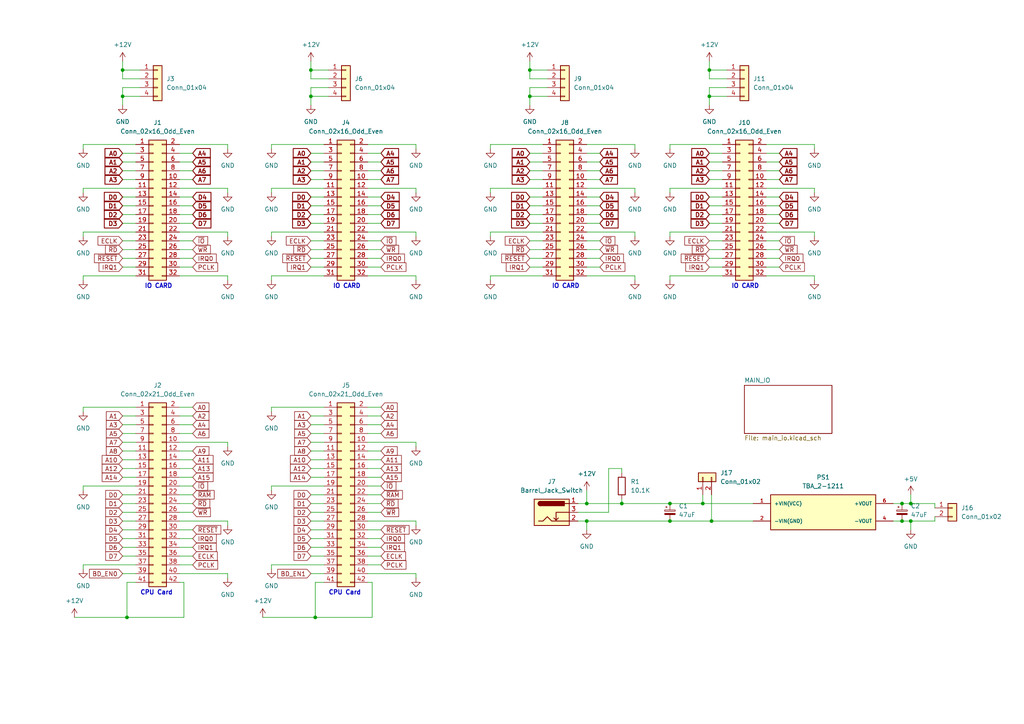
<source format=kicad_sch>
(kicad_sch (version 20211123) (generator eeschema)
  (paper "A4")
  (junction (at 205.74 20.32))
  (junction (at 153.67 27.94))
  (junction (at 35.56 27.94))
  (junction (at 90.17 20.32))
  (junction (at 206.375 151.13))
  (junction (at 180.34 146.05))
  (junction (at 261.62 146.05))
  (junction (at 170.18 151.13))
  (junction (at 261.62 151.13))
  (junction (at 153.67 20.32))
  (junction (at 205.74 27.94))
  (junction (at 91.44 179.07))
  (junction (at 36.83 179.07))
  (junction (at 203.835 146.05))
  (junction (at 194.31 151.13))
  (junction (at 90.17 27.94))
  (junction (at 264.16 151.13))
  (junction (at 264.16 146.05))
  (junction (at 35.56 20.32))
  (junction (at 194.31 146.05))
  (junction (at 170.18 146.05))
  (wire (pts (xy 170.18 46.99) (xy 173.99 46.99)))
  (wire (pts (xy 106.68 166.37) (xy 120.65 166.37)))
  (wire (pts (xy 142.24 68.58) (xy 142.24 67.31)))
  (wire (pts (xy 142.24 41.91) (xy 142.24 43.18)))
  (wire (pts (xy 203.835 146.05) (xy 218.44 146.05)))
  (wire (pts (xy 90.17 133.35) (xy 93.98 133.35)))
  (wire (pts (xy 78.74 41.91) (xy 78.74 43.18)))
  (wire (pts (xy 91.44 168.91) (xy 91.44 179.07)))
  (wire (pts (xy 184.15 55.88) (xy 184.15 54.61)))
  (wire (pts (xy 106.68 69.85) (xy 110.49 69.85)))
  (wire (pts (xy 53.34 168.91) (xy 53.34 179.07)))
  (wire (pts (xy 153.67 69.85) (xy 157.48 69.85)))
  (wire (pts (xy 24.13 54.61) (xy 39.37 54.61)))
  (wire (pts (xy 222.25 67.31) (xy 236.22 67.31)))
  (wire (pts (xy 66.04 128.27) (xy 66.04 129.54)))
  (wire (pts (xy 52.07 80.01) (xy 66.04 80.01)))
  (wire (pts (xy 153.67 62.23) (xy 157.48 62.23)))
  (wire (pts (xy 52.07 133.35) (xy 55.88 133.35)))
  (wire (pts (xy 78.74 163.83) (xy 78.74 165.1)))
  (wire (pts (xy 142.24 81.28) (xy 142.24 80.01)))
  (wire (pts (xy 90.17 123.19) (xy 93.98 123.19)))
  (wire (pts (xy 264.16 151.13) (xy 264.16 153.67)))
  (wire (pts (xy 180.34 137.16) (xy 180.34 135.89)))
  (wire (pts (xy 142.24 55.88) (xy 142.24 54.61)))
  (wire (pts (xy 52.07 168.91) (xy 53.34 168.91)))
  (wire (pts (xy 78.74 54.61) (xy 93.98 54.61)))
  (wire (pts (xy 90.17 64.77) (xy 93.98 64.77)))
  (wire (pts (xy 184.15 43.18) (xy 184.15 41.91)))
  (wire (pts (xy 106.68 120.65) (xy 110.49 120.65)))
  (wire (pts (xy 222.25 64.77) (xy 226.06 64.77)))
  (wire (pts (xy 90.17 158.75) (xy 93.98 158.75)))
  (wire (pts (xy 170.18 59.69) (xy 173.99 59.69)))
  (wire (pts (xy 142.24 41.91) (xy 157.48 41.91)))
  (wire (pts (xy 90.17 52.07) (xy 93.98 52.07)))
  (wire (pts (xy 222.25 57.15) (xy 226.06 57.15)))
  (wire (pts (xy 107.95 168.91) (xy 107.95 179.07)))
  (wire (pts (xy 271.145 149.86) (xy 271.145 151.13)))
  (wire (pts (xy 205.74 27.94) (xy 210.82 27.94)))
  (wire (pts (xy 78.74 55.88) (xy 78.74 54.61)))
  (wire (pts (xy 153.67 44.45) (xy 157.48 44.45)))
  (wire (pts (xy 176.53 148.59) (xy 167.64 148.59)))
  (wire (pts (xy 90.17 44.45) (xy 93.98 44.45)))
  (wire (pts (xy 78.74 140.97) (xy 78.74 142.24)))
  (wire (pts (xy 35.56 151.13) (xy 39.37 151.13)))
  (wire (pts (xy 106.68 168.91) (xy 107.95 168.91)))
  (wire (pts (xy 52.07 118.11) (xy 55.88 118.11)))
  (wire (pts (xy 35.56 161.29) (xy 39.37 161.29)))
  (wire (pts (xy 261.62 146.05) (xy 264.16 146.05)))
  (wire (pts (xy 205.74 69.85) (xy 209.55 69.85)))
  (wire (pts (xy 52.07 67.31) (xy 66.04 67.31)))
  (wire (pts (xy 120.65 166.37) (xy 120.65 167.64)))
  (wire (pts (xy 261.62 151.13) (xy 264.16 151.13)))
  (wire (pts (xy 205.74 49.53) (xy 209.55 49.53)))
  (wire (pts (xy 90.17 46.99) (xy 93.98 46.99)))
  (wire (pts (xy 170.18 67.31) (xy 184.15 67.31)))
  (wire (pts (xy 52.07 123.19) (xy 55.88 123.19)))
  (wire (pts (xy 203.835 143.51) (xy 203.835 146.05)))
  (wire (pts (xy 205.74 20.32) (xy 205.74 22.86)))
  (wire (pts (xy 90.17 62.23) (xy 93.98 62.23)))
  (wire (pts (xy 52.07 128.27) (xy 66.04 128.27)))
  (wire (pts (xy 170.18 151.13) (xy 170.18 153.67)))
  (wire (pts (xy 35.56 27.94) (xy 40.64 27.94)))
  (wire (pts (xy 153.67 52.07) (xy 157.48 52.07)))
  (wire (pts (xy 90.17 27.94) (xy 90.17 30.48)))
  (wire (pts (xy 35.56 128.27) (xy 39.37 128.27)))
  (wire (pts (xy 170.18 57.15) (xy 173.99 57.15)))
  (wire (pts (xy 66.04 43.18) (xy 66.04 41.91)))
  (wire (pts (xy 90.17 74.93) (xy 93.98 74.93)))
  (wire (pts (xy 78.74 68.58) (xy 78.74 67.31)))
  (wire (pts (xy 153.67 17.78) (xy 153.67 20.32)))
  (wire (pts (xy 95.25 22.86) (xy 90.17 22.86)))
  (wire (pts (xy 39.37 168.91) (xy 36.83 168.91)))
  (wire (pts (xy 24.13 163.83) (xy 24.13 165.1)))
  (wire (pts (xy 194.31 54.61) (xy 209.55 54.61)))
  (wire (pts (xy 106.68 57.15) (xy 110.49 57.15)))
  (wire (pts (xy 35.56 130.81) (xy 39.37 130.81)))
  (wire (pts (xy 167.64 151.13) (xy 170.18 151.13)))
  (wire (pts (xy 264.16 143.51) (xy 264.16 146.05)))
  (wire (pts (xy 35.56 59.69) (xy 39.37 59.69)))
  (wire (pts (xy 52.07 69.85) (xy 55.88 69.85)))
  (wire (pts (xy 170.18 77.47) (xy 173.99 77.47)))
  (wire (pts (xy 205.74 44.45) (xy 209.55 44.45)))
  (wire (pts (xy 93.98 163.83) (xy 78.74 163.83)))
  (wire (pts (xy 35.56 125.73) (xy 39.37 125.73)))
  (wire (pts (xy 90.17 166.37) (xy 93.98 166.37)))
  (wire (pts (xy 52.07 140.97) (xy 55.88 140.97)))
  (wire (pts (xy 35.56 72.39) (xy 39.37 72.39)))
  (wire (pts (xy 153.67 27.94) (xy 153.67 30.48)))
  (wire (pts (xy 35.56 27.94) (xy 35.56 30.48)))
  (wire (pts (xy 170.18 151.13) (xy 194.31 151.13)))
  (wire (pts (xy 158.75 25.4) (xy 153.67 25.4)))
  (wire (pts (xy 90.17 156.21) (xy 93.98 156.21)))
  (wire (pts (xy 153.67 27.94) (xy 158.75 27.94)))
  (wire (pts (xy 106.68 135.89) (xy 110.49 135.89)))
  (wire (pts (xy 106.68 153.67) (xy 110.49 153.67)))
  (wire (pts (xy 39.37 163.83) (xy 24.13 163.83)))
  (wire (pts (xy 91.44 179.07) (xy 107.95 179.07)))
  (wire (pts (xy 194.31 151.13) (xy 206.375 151.13)))
  (wire (pts (xy 35.56 57.15) (xy 39.37 57.15)))
  (wire (pts (xy 35.56 123.19) (xy 39.37 123.19)))
  (wire (pts (xy 52.07 163.83) (xy 55.88 163.83)))
  (wire (pts (xy 36.83 179.07) (xy 53.34 179.07)))
  (wire (pts (xy 66.04 151.13) (xy 66.04 152.4)))
  (wire (pts (xy 153.67 74.93) (xy 157.48 74.93)))
  (wire (pts (xy 52.07 148.59) (xy 55.88 148.59)))
  (wire (pts (xy 106.68 156.21) (xy 110.49 156.21)))
  (wire (pts (xy 35.56 148.59) (xy 39.37 148.59)))
  (wire (pts (xy 35.56 62.23) (xy 39.37 62.23)))
  (wire (pts (xy 106.68 80.01) (xy 120.65 80.01)))
  (wire (pts (xy 52.07 135.89) (xy 55.88 135.89)))
  (wire (pts (xy 205.74 52.07) (xy 209.55 52.07)))
  (wire (pts (xy 52.07 125.73) (xy 55.88 125.73)))
  (wire (pts (xy 106.68 64.77) (xy 110.49 64.77)))
  (wire (pts (xy 153.67 59.69) (xy 157.48 59.69)))
  (wire (pts (xy 106.68 146.05) (xy 110.49 146.05)))
  (wire (pts (xy 120.65 68.58) (xy 120.65 67.31)))
  (wire (pts (xy 153.67 49.53) (xy 157.48 49.53)))
  (wire (pts (xy 78.74 41.91) (xy 93.98 41.91)))
  (wire (pts (xy 90.17 138.43) (xy 93.98 138.43)))
  (wire (pts (xy 78.74 67.31) (xy 93.98 67.31)))
  (wire (pts (xy 39.37 140.97) (xy 24.13 140.97)))
  (wire (pts (xy 78.74 81.28) (xy 78.74 80.01)))
  (wire (pts (xy 170.18 44.45) (xy 173.99 44.45)))
  (wire (pts (xy 35.56 25.4) (xy 35.56 27.94)))
  (wire (pts (xy 222.25 72.39) (xy 226.06 72.39)))
  (wire (pts (xy 170.18 41.91) (xy 184.15 41.91)))
  (wire (pts (xy 120.65 43.18) (xy 120.65 41.91)))
  (wire (pts (xy 93.98 118.11) (xy 78.74 118.11)))
  (wire (pts (xy 36.83 168.91) (xy 36.83 179.07)))
  (wire (pts (xy 78.74 80.01) (xy 93.98 80.01)))
  (wire (pts (xy 52.07 64.77) (xy 55.88 64.77)))
  (wire (pts (xy 35.56 153.67) (xy 39.37 153.67)))
  (wire (pts (xy 90.17 148.59) (xy 93.98 148.59)))
  (wire (pts (xy 194.31 146.05) (xy 203.835 146.05)))
  (wire (pts (xy 206.375 151.13) (xy 218.44 151.13)))
  (wire (pts (xy 35.56 135.89) (xy 39.37 135.89)))
  (wire (pts (xy 35.56 146.05) (xy 39.37 146.05)))
  (wire (pts (xy 170.18 54.61) (xy 184.15 54.61)))
  (wire (pts (xy 153.67 57.15) (xy 157.48 57.15)))
  (wire (pts (xy 24.13 54.61) (xy 24.13 55.88)))
  (wire (pts (xy 194.31 55.88) (xy 194.31 54.61)))
  (wire (pts (xy 76.2 179.07) (xy 91.44 179.07)))
  (wire (pts (xy 35.56 69.85) (xy 39.37 69.85)))
  (wire (pts (xy 21.59 179.07) (xy 36.83 179.07)))
  (wire (pts (xy 35.56 64.77) (xy 39.37 64.77)))
  (wire (pts (xy 222.25 52.07) (xy 226.06 52.07)))
  (wire (pts (xy 170.18 52.07) (xy 173.99 52.07)))
  (wire (pts (xy 205.74 64.77) (xy 209.55 64.77)))
  (wire (pts (xy 222.25 44.45) (xy 226.06 44.45)))
  (wire (pts (xy 153.67 77.47) (xy 157.48 77.47)))
  (wire (pts (xy 222.25 54.61) (xy 236.22 54.61)))
  (wire (pts (xy 170.18 69.85) (xy 173.99 69.85)))
  (wire (pts (xy 106.68 130.81) (xy 110.49 130.81)))
  (wire (pts (xy 180.34 146.05) (xy 194.31 146.05)))
  (wire (pts (xy 35.56 74.93) (xy 39.37 74.93)))
  (wire (pts (xy 52.07 151.13) (xy 66.04 151.13)))
  (wire (pts (xy 153.67 64.77) (xy 157.48 64.77)))
  (wire (pts (xy 90.17 20.32) (xy 95.25 20.32)))
  (wire (pts (xy 52.07 57.15) (xy 55.88 57.15)))
  (wire (pts (xy 24.13 67.31) (xy 39.37 67.31)))
  (wire (pts (xy 153.67 25.4) (xy 153.67 27.94)))
  (wire (pts (xy 52.07 74.93) (xy 55.88 74.93)))
  (wire (pts (xy 106.68 41.91) (xy 120.65 41.91)))
  (wire (pts (xy 52.07 138.43) (xy 55.88 138.43)))
  (wire (pts (xy 194.31 41.91) (xy 209.55 41.91)))
  (wire (pts (xy 35.56 158.75) (xy 39.37 158.75)))
  (wire (pts (xy 222.25 62.23) (xy 226.06 62.23)))
  (wire (pts (xy 90.17 69.85) (xy 93.98 69.85)))
  (wire (pts (xy 52.07 156.21) (xy 55.88 156.21)))
  (wire (pts (xy 106.68 161.29) (xy 110.49 161.29)))
  (wire (pts (xy 52.07 62.23) (xy 55.88 62.23)))
  (wire (pts (xy 52.07 44.45) (xy 55.88 44.45)))
  (wire (pts (xy 205.74 77.47) (xy 209.55 77.47)))
  (wire (pts (xy 194.31 67.31) (xy 209.55 67.31)))
  (wire (pts (xy 153.67 20.32) (xy 153.67 22.86)))
  (wire (pts (xy 52.07 120.65) (xy 55.88 120.65)))
  (wire (pts (xy 205.74 17.78) (xy 205.74 20.32)))
  (wire (pts (xy 35.56 138.43) (xy 39.37 138.43)))
  (wire (pts (xy 106.68 118.11) (xy 110.49 118.11)))
  (wire (pts (xy 170.18 62.23) (xy 173.99 62.23)))
  (wire (pts (xy 40.64 25.4) (xy 35.56 25.4)))
  (wire (pts (xy 170.18 64.77) (xy 173.99 64.77)))
  (wire (pts (xy 35.56 49.53) (xy 39.37 49.53)))
  (wire (pts (xy 222.25 80.01) (xy 236.22 80.01)))
  (wire (pts (xy 52.07 143.51) (xy 55.88 143.51)))
  (wire (pts (xy 35.56 166.37) (xy 39.37 166.37)))
  (wire (pts (xy 205.74 20.32) (xy 210.82 20.32)))
  (wire (pts (xy 170.18 49.53) (xy 173.99 49.53)))
  (wire (pts (xy 176.53 135.89) (xy 176.53 148.59)))
  (wire (pts (xy 206.375 143.51) (xy 206.375 151.13)))
  (wire (pts (xy 264.16 151.13) (xy 271.145 151.13)))
  (wire (pts (xy 52.07 54.61) (xy 66.04 54.61)))
  (wire (pts (xy 52.07 158.75) (xy 55.88 158.75)))
  (wire (pts (xy 194.31 81.28) (xy 194.31 80.01)))
  (wire (pts (xy 35.56 143.51) (xy 39.37 143.51)))
  (wire (pts (xy 90.17 130.81) (xy 93.98 130.81)))
  (wire (pts (xy 90.17 125.73) (xy 93.98 125.73)))
  (wire (pts (xy 106.68 62.23) (xy 110.49 62.23)))
  (wire (pts (xy 35.56 52.07) (xy 39.37 52.07)))
  (wire (pts (xy 78.74 118.11) (xy 78.74 119.38)))
  (wire (pts (xy 24.13 140.97) (xy 24.13 142.24)))
  (wire (pts (xy 184.15 68.58) (xy 184.15 67.31)))
  (wire (pts (xy 52.07 146.05) (xy 55.88 146.05)))
  (wire (pts (xy 52.07 72.39) (xy 55.88 72.39)))
  (wire (pts (xy 205.74 46.99) (xy 209.55 46.99)))
  (wire (pts (xy 52.07 130.81) (xy 55.88 130.81)))
  (wire (pts (xy 120.65 55.88) (xy 120.65 54.61)))
  (wire (pts (xy 158.75 22.86) (xy 153.67 22.86)))
  (wire (pts (xy 205.74 72.39) (xy 209.55 72.39)))
  (wire (pts (xy 39.37 118.11) (xy 24.13 118.11)))
  (wire (pts (xy 35.56 17.78) (xy 35.56 20.32)))
  (wire (pts (xy 35.56 44.45) (xy 39.37 44.45)))
  (wire (pts (xy 90.17 120.65) (xy 93.98 120.65)))
  (wire (pts (xy 222.25 59.69) (xy 226.06 59.69)))
  (wire (pts (xy 90.17 128.27) (xy 93.98 128.27)))
  (wire (pts (xy 205.74 59.69) (xy 209.55 59.69)))
  (wire (pts (xy 106.68 148.59) (xy 110.49 148.59)))
  (wire (pts (xy 90.17 77.47) (xy 93.98 77.47)))
  (wire (pts (xy 106.68 77.47) (xy 110.49 77.47)))
  (wire (pts (xy 259.08 151.13) (xy 261.62 151.13)))
  (wire (pts (xy 90.17 17.78) (xy 90.17 20.32)))
  (wire (pts (xy 35.56 20.32) (xy 40.64 20.32)))
  (wire (pts (xy 52.07 77.47) (xy 55.88 77.47)))
  (wire (pts (xy 271.145 146.05) (xy 271.145 147.32)))
  (wire (pts (xy 106.68 138.43) (xy 110.49 138.43)))
  (wire (pts (xy 205.74 27.94) (xy 205.74 30.48)))
  (wire (pts (xy 24.13 118.11) (xy 24.13 119.38)))
  (wire (pts (xy 106.68 59.69) (xy 110.49 59.69)))
  (wire (pts (xy 90.17 59.69) (xy 93.98 59.69)))
  (wire (pts (xy 95.25 25.4) (xy 90.17 25.4)))
  (wire (pts (xy 24.13 67.31) (xy 24.13 68.58)))
  (wire (pts (xy 106.68 158.75) (xy 110.49 158.75)))
  (wire (pts (xy 236.22 81.28) (xy 236.22 80.01)))
  (wire (pts (xy 90.17 153.67) (xy 93.98 153.67)))
  (wire (pts (xy 153.67 20.32) (xy 158.75 20.32)))
  (wire (pts (xy 205.74 74.93) (xy 209.55 74.93)))
  (wire (pts (xy 205.74 22.86) (xy 210.82 22.86)))
  (wire (pts (xy 180.34 144.78) (xy 180.34 146.05)))
  (wire (pts (xy 236.22 43.18) (xy 236.22 41.91)))
  (wire (pts (xy 120.65 151.13) (xy 120.65 152.4)))
  (wire (pts (xy 52.07 166.37) (xy 66.04 166.37)))
  (wire (pts (xy 52.07 59.69) (xy 55.88 59.69)))
  (wire (pts (xy 222.25 49.53) (xy 226.06 49.53)))
  (wire (pts (xy 24.13 41.91) (xy 39.37 41.91)))
  (wire (pts (xy 106.68 74.93) (xy 110.49 74.93)))
  (wire (pts (xy 210.82 25.4) (xy 205.74 25.4)))
  (wire (pts (xy 66.04 166.37) (xy 66.04 167.64)))
  (wire (pts (xy 95.25 27.94) (xy 90.17 27.94)))
  (wire (pts (xy 264.16 146.05) (xy 271.145 146.05)))
  (wire (pts (xy 194.31 80.01) (xy 209.55 80.01)))
  (wire (pts (xy 194.31 41.91) (xy 194.31 43.18)))
  (wire (pts (xy 52.07 161.29) (xy 55.88 161.29)))
  (wire (pts (xy 106.68 72.39) (xy 110.49 72.39)))
  (wire (pts (xy 106.68 123.19) (xy 110.49 123.19)))
  (wire (pts (xy 24.13 80.01) (xy 24.13 81.28)))
  (wire (pts (xy 170.18 80.01) (xy 184.15 80.01)))
  (wire (pts (xy 236.22 68.58) (xy 236.22 67.31)))
  (wire (pts (xy 153.67 72.39) (xy 157.48 72.39)))
  (wire (pts (xy 170.18 146.05) (xy 180.34 146.05)))
  (wire (pts (xy 35.56 77.47) (xy 39.37 77.47)))
  (wire (pts (xy 142.24 67.31) (xy 157.48 67.31)))
  (wire (pts (xy 120.65 81.28) (xy 120.65 80.01)))
  (wire (pts (xy 90.17 25.4) (xy 90.17 27.94)))
  (wire (pts (xy 222.25 41.91) (xy 236.22 41.91)))
  (wire (pts (xy 24.13 41.91) (xy 24.13 43.18)))
  (wire (pts (xy 106.68 67.31) (xy 120.65 67.31)))
  (wire (pts (xy 52.07 46.99) (xy 55.88 46.99)))
  (wire (pts (xy 153.67 46.99) (xy 157.48 46.99)))
  (wire (pts (xy 90.17 146.05) (xy 93.98 146.05)))
  (wire (pts (xy 24.13 80.01) (xy 39.37 80.01)))
  (wire (pts (xy 90.17 49.53) (xy 93.98 49.53)))
  (wire (pts (xy 106.68 163.83) (xy 110.49 163.83)))
  (wire (pts (xy 120.65 128.27) (xy 120.65 129.54)))
  (wire (pts (xy 52.07 52.07) (xy 55.88 52.07)))
  (wire (pts (xy 93.98 168.91) (xy 91.44 168.91)))
  (wire (pts (xy 106.68 151.13) (xy 120.65 151.13)))
  (wire (pts (xy 90.17 151.13) (xy 93.98 151.13)))
  (wire (pts (xy 106.68 49.53) (xy 110.49 49.53)))
  (wire (pts (xy 170.18 72.39) (xy 173.99 72.39)))
  (wire (pts (xy 35.56 156.21) (xy 39.37 156.21)))
  (wire (pts (xy 106.68 44.45) (xy 110.49 44.45)))
  (wire (pts (xy 90.17 143.51) (xy 93.98 143.51)))
  (wire (pts (xy 106.68 128.27) (xy 120.65 128.27)))
  (wire (pts (xy 66.04 81.28) (xy 66.04 80.01)))
  (wire (pts (xy 106.68 52.07) (xy 110.49 52.07)))
  (wire (pts (xy 106.68 46.99) (xy 110.49 46.99)))
  (wire (pts (xy 184.15 81.28) (xy 184.15 80.01)))
  (wire (pts (xy 90.17 72.39) (xy 93.98 72.39)))
  (wire (pts (xy 52.07 153.67) (xy 55.88 153.67)))
  (wire (pts (xy 35.56 120.65) (xy 39.37 120.65)))
  (wire (pts (xy 170.18 142.24) (xy 170.18 146.05)))
  (wire (pts (xy 142.24 54.61) (xy 157.48 54.61)))
  (wire (pts (xy 93.98 140.97) (xy 78.74 140.97)))
  (wire (pts (xy 222.25 69.85) (xy 226.06 69.85)))
  (wire (pts (xy 106.68 125.73) (xy 110.49 125.73)))
  (wire (pts (xy 180.34 135.89) (xy 176.53 135.89)))
  (wire (pts (xy 205.74 62.23) (xy 209.55 62.23)))
  (wire (pts (xy 259.08 146.05) (xy 261.62 146.05)))
  (wire (pts (xy 90.17 57.15) (xy 93.98 57.15)))
  (wire (pts (xy 52.07 41.91) (xy 66.04 41.91)))
  (wire (pts (xy 90.17 20.32) (xy 90.17 22.86)))
  (wire (pts (xy 222.25 77.47) (xy 226.06 77.47)))
  (wire (pts (xy 106.68 140.97) (xy 110.49 140.97)))
  (wire (pts (xy 35.56 133.35) (xy 39.37 133.35)))
  (wire (pts (xy 35.56 46.99) (xy 39.37 46.99)))
  (wire (pts (xy 106.68 143.51) (xy 110.49 143.51)))
  (wire (pts (xy 90.17 161.29) (xy 93.98 161.29)))
  (wire (pts (xy 35.56 20.32) (xy 35.56 22.86)))
  (wire (pts (xy 222.25 46.99) (xy 226.06 46.99)))
  (wire (pts (xy 106.68 133.35) (xy 110.49 133.35)))
  (wire (pts (xy 167.64 146.05) (xy 170.18 146.05)))
  (wire (pts (xy 194.31 68.58) (xy 194.31 67.31)))
  (wire (pts (xy 66.04 68.58) (xy 66.04 67.31)))
  (wire (pts (xy 205.74 57.15) (xy 209.55 57.15)))
  (wire (pts (xy 52.07 49.53) (xy 55.88 49.53)))
  (wire (pts (xy 35.56 22.86) (xy 40.64 22.86)))
  (wire (pts (xy 236.22 55.88) (xy 236.22 54.61)))
  (wire (pts (xy 205.74 25.4) (xy 205.74 27.94)))
  (wire (pts (xy 66.04 55.88) (xy 66.04 54.61)))
  (wire (pts (xy 90.17 135.89) (xy 93.98 135.89)))
  (wire (pts (xy 106.68 54.61) (xy 120.65 54.61)))
  (wire (pts (xy 222.25 74.93) (xy 226.06 74.93)))
  (wire (pts (xy 170.18 74.93) (xy 173.99 74.93)))
  (wire (pts (xy 142.24 80.01) (xy 157.48 80.01)))
  (text "CPU Card" (at 40.64 172.72 0) (effects (font (size 1.27 1.27) (thickness 0.254) bold) (justify left bottom)))
  (text "IO CARD" (at 160.02 83.82 0) (effects (font (size 1.27 1.27) bold) (justify left bottom)))
  (text "IO CARD" (at 212.09 83.82 0) (effects (font (size 1.27 1.27) bold) (justify left bottom)))
  (text "IO CARD" (at 96.52 83.82 0) (effects (font (size 1.27 1.27) bold) (justify left bottom)))
  (text "IO CARD" (at 41.91 83.82 0) (effects (font (size 1.27 1.27) bold) (justify left bottom)))
  (text "CPU Card" (at 95.25 172.72 0) (effects (font (size 1.27 1.27) (thickness 0.254) bold) (justify left bottom)))
  (global_label "~{RD}" (shape input) (at 110.49 146.05 0) (property "Intersheet References" "${INTERSHEET_REFS}" (effects hide)))
  (global_label "~{RESET}" (shape input) (at 205.74 74.93 180) (property "Intersheet References" "${INTERSHEET_REFS}" (effects hide)))
  (global_label "IRQ0" (shape input) (at 173.99 74.93 0) (property "Intersheet References" "${INTERSHEET_REFS}" (effects hide)))
  (global_label "ECLK" (shape input) (at 205.74 69.85 180) (property "Intersheet References" "${INTERSHEET_REFS}" (effects hide)))
  (global_label "IRQ0" (shape input) (at 55.88 156.21 0) (property "Intersheet References" "${INTERSHEET_REFS}" (effects hide)))
  (global_label "D0" (shape input) (at 90.17 57.15 180) (effects (font bold)) (property "Intersheet References" "${INTERSHEET_REFS}" (effects hide)))
  (global_label "D1" (shape input) (at 90.17 146.05 180) (property "Intersheet References" "${INTERSHEET_REFS}" (effects hide)))
  (global_label "A7" (shape input) (at 110.49 52.07 0) (effects (font bold)) (property "Intersheet References" "${INTERSHEET_REFS}" (effects hide)))
  (global_label "IRQ1" (shape input) (at 55.88 158.75 0) (property "Intersheet References" "${INTERSHEET_REFS}" (effects hide)))
  (global_label "A6" (shape input) (at 110.49 125.73 0) (property "Intersheet References" "${INTERSHEET_REFS}" (effects hide)))
  (global_label "ECLK" (shape input) (at 35.56 69.85 180) (property "Intersheet References" "${INTERSHEET_REFS}" (effects hide)))
  (global_label "A1" (shape input) (at 90.17 120.65 180) (property "Intersheet References" "${INTERSHEET_REFS}" (effects hide)))
  (global_label "D1" (shape input) (at 153.67 59.69 180) (effects (font bold)) (property "Intersheet References" "${INTERSHEET_REFS}" (effects hide)))
  (global_label "D7" (shape input) (at 226.06 64.77 0) (effects (font bold)) (property "Intersheet References" "${INTERSHEET_REFS}" (effects hide)))
  (global_label "D3" (shape input) (at 153.67 64.77 180) (effects (font bold)) (property "Intersheet References" "${INTERSHEET_REFS}" (effects hide)))
  (global_label "D4" (shape input) (at 35.56 153.67 180) (property "Intersheet References" "${INTERSHEET_REFS}" (effects hide)))
  (global_label "D1" (shape input) (at 90.17 59.69 180) (effects (font bold)) (property "Intersheet References" "${INTERSHEET_REFS}" (effects hide)))
  (global_label "A15" (shape input) (at 110.49 138.43 0) (property "Intersheet References" "${INTERSHEET_REFS}" (effects hide)))
  (global_label "PCLK" (shape input) (at 55.88 77.47 0) (property "Intersheet References" "${INTERSHEET_REFS}" (effects hide)))
  (global_label "A6" (shape input) (at 55.88 49.53 0) (effects (font bold)) (property "Intersheet References" "${INTERSHEET_REFS}" (effects hide)))
  (global_label "A2" (shape input) (at 110.49 120.65 0) (property "Intersheet References" "${INTERSHEET_REFS}" (effects hide)))
  (global_label "D4" (shape input) (at 55.88 57.15 0) (effects (font bold)) (property "Intersheet References" "${INTERSHEET_REFS}" (effects hide)))
  (global_label "A7" (shape input) (at 55.88 52.07 0) (effects (font bold)) (property "Intersheet References" "${INTERSHEET_REFS}" (effects hide)))
  (global_label "D5" (shape input) (at 55.88 59.69 0) (effects (font bold)) (property "Intersheet References" "${INTERSHEET_REFS}" (effects hide)))
  (global_label "~{IO}" (shape input) (at 55.88 69.85 0) (property "Intersheet References" "${INTERSHEET_REFS}" (effects hide)))
  (global_label "~{RESET}" (shape input) (at 35.56 74.93 180) (property "Intersheet References" "${INTERSHEET_REFS}" (effects hide)))
  (global_label "ECLK" (shape input) (at 90.17 69.85 180) (property "Intersheet References" "${INTERSHEET_REFS}" (effects hide)))
  (global_label "A6" (shape input) (at 110.49 49.53 0) (effects (font bold)) (property "Intersheet References" "${INTERSHEET_REFS}" (effects hide)))
  (global_label "A2" (shape input) (at 90.17 49.53 180) (effects (font bold)) (property "Intersheet References" "${INTERSHEET_REFS}" (effects hide)))
  (global_label "A9" (shape input) (at 55.88 130.81 0) (property "Intersheet References" "${INTERSHEET_REFS}" (effects hide)))
  (global_label "A4" (shape input) (at 55.88 44.45 0) (effects (font bold)) (property "Intersheet References" "${INTERSHEET_REFS}" (effects hide)))
  (global_label "A5" (shape input) (at 226.06 46.99 0) (effects (font bold)) (property "Intersheet References" "${INTERSHEET_REFS}" (effects hide)))
  (global_label "D2" (shape input) (at 90.17 62.23 180) (effects (font bold)) (property "Intersheet References" "${INTERSHEET_REFS}" (effects hide)))
  (global_label "~{RD}" (shape input) (at 90.17 72.39 180) (property "Intersheet References" "${INTERSHEET_REFS}" (effects hide)))
  (global_label "A3" (shape input) (at 35.56 52.07 180) (effects (font bold)) (property "Intersheet References" "${INTERSHEET_REFS}" (effects hide)))
  (global_label "~{IO}" (shape input) (at 55.88 140.97 0) (property "Intersheet References" "${INTERSHEET_REFS}" (effects hide)))
  (global_label "IRQ1" (shape input) (at 205.74 77.47 180) (property "Intersheet References" "${INTERSHEET_REFS}" (effects hide)))
  (global_label "D5" (shape input) (at 90.17 156.21 180) (property "Intersheet References" "${INTERSHEET_REFS}" (effects hide)))
  (global_label "~{RESET}" (shape input) (at 153.67 74.93 180) (property "Intersheet References" "${INTERSHEET_REFS}" (effects hide)))
  (global_label "A0" (shape input) (at 110.49 118.11 0) (property "Intersheet References" "${INTERSHEET_REFS}" (effects hide)))
  (global_label "A1" (shape input) (at 35.56 120.65 180) (property "Intersheet References" "${INTERSHEET_REFS}" (effects hide)))
  (global_label "A0" (shape input) (at 55.88 118.11 0) (property "Intersheet References" "${INTERSHEET_REFS}" (effects hide)))
  (global_label "A3" (shape input) (at 153.67 52.07 180) (effects (font bold)) (property "Intersheet References" "${INTERSHEET_REFS}" (effects hide)))
  (global_label "A1" (shape input) (at 35.56 46.99 180) (effects (font bold)) (property "Intersheet References" "${INTERSHEET_REFS}" (effects hide)))
  (global_label "~{WR}" (shape input) (at 173.99 72.39 0) (property "Intersheet References" "${INTERSHEET_REFS}" (effects hide)))
  (global_label "A1" (shape input) (at 205.74 46.99 180) (effects (font bold)) (property "Intersheet References" "${INTERSHEET_REFS}" (effects hide)))
  (global_label "A4" (shape input) (at 55.88 123.19 0) (property "Intersheet References" "${INTERSHEET_REFS}" (effects hide)))
  (global_label "~{RD}" (shape input) (at 153.67 72.39 180) (property "Intersheet References" "${INTERSHEET_REFS}" (effects hide)))
  (global_label "A4" (shape input) (at 110.49 123.19 0) (property "Intersheet References" "${INTERSHEET_REFS}" (effects hide)))
  (global_label "D4" (shape input) (at 90.17 153.67 180) (property "Intersheet References" "${INTERSHEET_REFS}" (effects hide)))
  (global_label "~{WR}" (shape input) (at 55.88 148.59 0) (property "Intersheet References" "${INTERSHEET_REFS}" (effects hide)))
  (global_label "BD_EN1" (shape input) (at 90.17 166.37 180) (property "Intersheet References" "${INTERSHEET_REFS}" (effects hide)))
  (global_label "~{WR}" (shape input) (at 110.49 72.39 0) (property "Intersheet References" "${INTERSHEET_REFS}" (effects hide)))
  (global_label "A2" (shape input) (at 205.74 49.53 180) (effects (font bold)) (property "Intersheet References" "${INTERSHEET_REFS}" (effects hide)))
  (global_label "D6" (shape input) (at 110.49 62.23 0) (effects (font bold)) (property "Intersheet References" "${INTERSHEET_REFS}" (effects hide)))
  (global_label "D0" (shape input) (at 205.74 57.15 180) (effects (font bold)) (property "Intersheet References" "${INTERSHEET_REFS}" (effects hide)))
  (global_label "PCLK" (shape input) (at 55.88 163.83 0) (property "Intersheet References" "${INTERSHEET_REFS}" (effects hide)))
  (global_label "D4" (shape input) (at 173.99 57.15 0) (effects (font bold)) (property "Intersheet References" "${INTERSHEET_REFS}" (effects hide)))
  (global_label "D6" (shape input) (at 226.06 62.23 0) (effects (font bold)) (property "Intersheet References" "${INTERSHEET_REFS}" (effects hide)))
  (global_label "A7" (shape input) (at 226.06 52.07 0) (effects (font bold)) (property "Intersheet References" "${INTERSHEET_REFS}" (effects hide)))
  (global_label "A3" (shape input) (at 90.17 52.07 180) (effects (font bold)) (property "Intersheet References" "${INTERSHEET_REFS}" (effects hide)))
  (global_label "A2" (shape input) (at 55.88 120.65 0) (property "Intersheet References" "${INTERSHEET_REFS}" (effects hide)))
  (global_label "PCLK" (shape input) (at 173.99 77.47 0) (property "Intersheet References" "${INTERSHEET_REFS}" (effects hide)))
  (global_label "A6" (shape input) (at 173.99 49.53 0) (effects (font bold)) (property "Intersheet References" "${INTERSHEET_REFS}" (effects hide)))
  (global_label "D5" (shape input) (at 173.99 59.69 0) (effects (font bold)) (property "Intersheet References" "${INTERSHEET_REFS}" (effects hide)))
  (global_label "D1" (shape input) (at 35.56 146.05 180) (property "Intersheet References" "${INTERSHEET_REFS}" (effects hide)))
  (global_label "D1" (shape input) (at 205.74 59.69 180) (effects (font bold)) (property "Intersheet References" "${INTERSHEET_REFS}" (effects hide)))
  (global_label "A7" (shape input) (at 90.17 128.27 180) (property "Intersheet References" "${INTERSHEET_REFS}" (effects hide)))
  (global_label "~{RD}" (shape input) (at 205.74 72.39 180) (property "Intersheet References" "${INTERSHEET_REFS}" (effects hide)))
  (global_label "D4" (shape input) (at 110.49 57.15 0) (effects (font bold)) (property "Intersheet References" "${INTERSHEET_REFS}" (effects hide)))
  (global_label "PCLK" (shape input) (at 110.49 163.83 0) (property "Intersheet References" "${INTERSHEET_REFS}" (effects hide)))
  (global_label "A3" (shape input) (at 35.56 123.19 180) (property "Intersheet References" "${INTERSHEET_REFS}" (effects hide)))
  (global_label "PCLK" (shape input) (at 226.06 77.47 0) (property "Intersheet References" "${INTERSHEET_REFS}" (effects hide)))
  (global_label "D7" (shape input) (at 110.49 64.77 0) (effects (font bold)) (property "Intersheet References" "${INTERSHEET_REFS}" (effects hide)))
  (global_label "A11" (shape input) (at 55.88 133.35 0) (property "Intersheet References" "${INTERSHEET_REFS}" (effects hide)))
  (global_label "ECLK" (shape input) (at 153.67 69.85 180) (property "Intersheet References" "${INTERSHEET_REFS}" (effects hide)))
  (global_label "A2" (shape input) (at 35.56 49.53 180) (effects (font bold)) (property "Intersheet References" "${INTERSHEET_REFS}" (effects hide)))
  (global_label "A0" (shape input) (at 205.74 44.45 180) (effects (font bold)) (property "Intersheet References" "${INTERSHEET_REFS}" (effects hide)))
  (global_label "A4" (shape input) (at 110.49 44.45 0) (effects (font bold)) (property "Intersheet References" "${INTERSHEET_REFS}" (effects hide)))
  (global_label "A6" (shape input) (at 55.88 125.73 0) (property "Intersheet References" "${INTERSHEET_REFS}" (effects hide)))
  (global_label "~{WR}" (shape input) (at 110.49 148.59 0) (property "Intersheet References" "${INTERSHEET_REFS}" (effects hide)))
  (global_label "D3" (shape input) (at 35.56 151.13 180) (property "Intersheet References" "${INTERSHEET_REFS}" (effects hide)))
  (global_label "D5" (shape input) (at 35.56 156.21 180) (property "Intersheet References" "${INTERSHEET_REFS}" (effects hide)))
  (global_label "D2" (shape input) (at 153.67 62.23 180) (effects (font bold)) (property "Intersheet References" "${INTERSHEET_REFS}" (effects hide)))
  (global_label "D3" (shape input) (at 90.17 64.77 180) (effects (font bold)) (property "Intersheet References" "${INTERSHEET_REFS}" (effects hide)))
  (global_label "D2" (shape input) (at 90.17 148.59 180) (property "Intersheet References" "${INTERSHEET_REFS}" (effects hide)))
  (global_label "D0" (shape input) (at 153.67 57.15 180) (effects (font bold)) (property "Intersheet References" "${INTERSHEET_REFS}" (effects hide)))
  (global_label "~{IO}" (shape input) (at 173.99 69.85 0) (property "Intersheet References" "${INTERSHEET_REFS}" (effects hide)))
  (global_label "A10" (shape input) (at 35.56 133.35 180) (property "Intersheet References" "${INTERSHEET_REFS}" (effects hide)))
  (global_label "PCLK" (shape input) (at 110.49 77.47 0) (property "Intersheet References" "${INTERSHEET_REFS}" (effects hide)))
  (global_label "D6" (shape input) (at 35.56 158.75 180) (property "Intersheet References" "${INTERSHEET_REFS}" (effects hide)))
  (global_label "IRQ0" (shape input) (at 55.88 74.93 0) (property "Intersheet References" "${INTERSHEET_REFS}" (effects hide)))
  (global_label "D7" (shape input) (at 173.99 64.77 0) (effects (font bold)) (property "Intersheet References" "${INTERSHEET_REFS}" (effects hide)))
  (global_label "A6" (shape input) (at 226.06 49.53 0) (effects (font bold)) (property "Intersheet References" "${INTERSHEET_REFS}" (effects hide)))
  (global_label "A0" (shape input) (at 153.67 44.45 180) (effects (font bold)) (property "Intersheet References" "${INTERSHEET_REFS}" (effects hide)))
  (global_label "IRQ0" (shape input) (at 110.49 156.21 0) (property "Intersheet References" "${INTERSHEET_REFS}" (effects hide)))
  (global_label "D7" (shape input) (at 90.17 161.29 180) (property "Intersheet References" "${INTERSHEET_REFS}" (effects hide)))
  (global_label "~{RAM}" (shape input) (at 55.88 143.51 0) (property "Intersheet References" "${INTERSHEET_REFS}" (effects hide)))
  (global_label "A8" (shape input) (at 90.17 130.81 180) (property "Intersheet References" "${INTERSHEET_REFS}" (effects hide)))
  (global_label "A5" (shape input) (at 173.99 46.99 0) (effects (font bold)) (property "Intersheet References" "${INTERSHEET_REFS}" (effects hide)))
  (global_label "IRQ1" (shape input) (at 90.17 77.47 180) (property "Intersheet References" "${INTERSHEET_REFS}" (effects hide)))
  (global_label "IRQ1" (shape input) (at 153.67 77.47 180) (property "Intersheet References" "${INTERSHEET_REFS}" (effects hide)))
  (global_label "D1" (shape input) (at 35.56 59.69 180) (effects (font bold)) (property "Intersheet References" "${INTERSHEET_REFS}" (effects hide)))
  (global_label "A12" (shape input) (at 35.56 135.89 180) (property "Intersheet References" "${INTERSHEET_REFS}" (effects hide)))
  (global_label "~{RESET}" (shape input) (at 110.49 153.67 0) (property "Intersheet References" "${INTERSHEET_REFS}" (effects hide)))
  (global_label "A11" (shape input) (at 110.49 133.35 0) (property "Intersheet References" "${INTERSHEET_REFS}" (effects hide)))
  (global_label "A0" (shape input) (at 90.17 44.45 180) (effects (font bold)) (property "Intersheet References" "${INTERSHEET_REFS}" (effects hide)))
  (global_label "A1" (shape input) (at 90.17 46.99 180) (effects (font bold)) (property "Intersheet References" "${INTERSHEET_REFS}" (effects hide)))
  (global_label "D0" (shape input) (at 35.56 57.15 180) (effects (font bold)) (property "Intersheet References" "${INTERSHEET_REFS}" (effects hide)))
  (global_label "A15" (shape input) (at 55.88 138.43 0) (property "Intersheet References" "${INTERSHEET_REFS}" (effects hide)))
  (global_label "~{RD}" (shape input) (at 35.56 72.39 180) (property "Intersheet References" "${INTERSHEET_REFS}" (effects hide)))
  (global_label "A2" (shape input) (at 153.67 49.53 180) (effects (font bold)) (property "Intersheet References" "${INTERSHEET_REFS}" (effects hide)))
  (global_label "~{RESET}" (shape input) (at 55.88 153.67 0) (property "Intersheet References" "${INTERSHEET_REFS}" (effects hide)))
  (global_label "A13" (shape input) (at 110.49 135.89 0) (property "Intersheet References" "${INTERSHEET_REFS}" (effects hide)))
  (global_label "~{RAM}" (shape input) (at 110.49 143.51 0) (property "Intersheet References" "${INTERSHEET_REFS}" (effects hide)))
  (global_label "D0" (shape input) (at 90.17 143.51 180) (property "Intersheet References" "${INTERSHEET_REFS}" (effects hide)))
  (global_label "IRQ0" (shape input) (at 110.49 74.93 0) (property "Intersheet References" "${INTERSHEET_REFS}" (effects hide)))
  (global_label "A9" (shape input) (at 110.49 130.81 0) (property "Intersheet References" "${INTERSHEET_REFS}" (effects hide)))
  (global_label "A14" (shape input) (at 35.56 138.43 180) (property "Intersheet References" "${INTERSHEET_REFS}" (effects hide)))
  (global_label "D6" (shape input) (at 90.17 158.75 180) (property "Intersheet References" "${INTERSHEET_REFS}" (effects hide)))
  (global_label "ECLK" (shape input) (at 55.88 161.29 0) (property "Intersheet References" "${INTERSHEET_REFS}" (effects hide)))
  (global_label "~{IO}" (shape input) (at 110.49 140.97 0) (property "Intersheet References" "${INTERSHEET_REFS}" (effects hide)))
  (global_label "A7" (shape input) (at 173.99 52.07 0) (effects (font bold)) (property "Intersheet References" "${INTERSHEET_REFS}" (effects hide)))
  (global_label "D6" (shape input) (at 173.99 62.23 0) (effects (font bold)) (property "Intersheet References" "${INTERSHEET_REFS}" (effects hide)))
  (global_label "D4" (shape input) (at 226.06 57.15 0) (effects (font bold)) (property "Intersheet References" "${INTERSHEET_REFS}" (effects hide)))
  (global_label "D3" (shape input) (at 205.74 64.77 180) (effects (font bold)) (property "Intersheet References" "${INTERSHEET_REFS}" (effects hide)))
  (global_label "A14" (shape input) (at 90.17 138.43 180) (property "Intersheet References" "${INTERSHEET_REFS}" (effects hide)))
  (global_label "D5" (shape input) (at 226.06 59.69 0) (effects (font bold)) (property "Intersheet References" "${INTERSHEET_REFS}" (effects hide)))
  (global_label "IRQ0" (shape input) (at 226.06 74.93 0) (property "Intersheet References" "${INTERSHEET_REFS}" (effects hide)))
  (global_label "D0" (shape input) (at 35.56 143.51 180) (property "Intersheet References" "${INTERSHEET_REFS}" (effects hide)))
  (global_label "A7" (shape input) (at 35.56 128.27 180) (property "Intersheet References" "${INTERSHEET_REFS}" (effects hide)))
  (global_label "A4" (shape input) (at 173.99 44.45 0) (effects (font bold)) (property "Intersheet References" "${INTERSHEET_REFS}" (effects hide)))
  (global_label "A5" (shape input) (at 90.17 125.73 180) (property "Intersheet References" "${INTERSHEET_REFS}" (effects hide)))
  (global_label "A4" (shape input) (at 226.06 44.45 0) (effects (font bold)) (property "Intersheet References" "${INTERSHEET_REFS}" (effects hide)))
  (global_label "IRQ1" (shape input) (at 110.49 158.75 0) (property "Intersheet References" "${INTERSHEET_REFS}" (effects hide)))
  (global_label "A3" (shape input) (at 90.17 123.19 180) (property "Intersheet References" "${INTERSHEET_REFS}" (effects hide)))
  (global_label "A13" (shape input) (at 55.88 135.89 0) (property "Intersheet References" "${INTERSHEET_REFS}" (effects hide)))
  (global_label "D7" (shape input) (at 55.88 64.77 0) (effects (font bold)) (property "Intersheet References" "${INTERSHEET_REFS}" (effects hide)))
  (global_label "ECLK" (shape input) (at 110.49 161.29 0) (property "Intersheet References" "${INTERSHEET_REFS}" (effects hide)))
  (global_label "A5" (shape input) (at 55.88 46.99 0) (effects (font bold)) (property "Intersheet References" "${INTERSHEET_REFS}" (effects hide)))
  (global_label "A0" (shape input) (at 35.56 44.45 180) (effects (font bold)) (property "Intersheet References" "${INTERSHEET_REFS}" (effects hide)))
  (global_label "~{RD}" (shape input) (at 55.88 146.05 0) (property "Intersheet References" "${INTERSHEET_REFS}" (effects hide)))
  (global_label "A5" (shape input) (at 35.56 125.73 180) (property "Intersheet References" "${INTERSHEET_REFS}" (effects hide)))
  (global_label "D6" (shape input) (at 55.88 62.23 0) (effects (font bold)) (property "Intersheet References" "${INTERSHEET_REFS}" (effects hide)))
  (global_label "~{WR}" (shape input) (at 226.06 72.39 0) (property "Intersheet References" "${INTERSHEET_REFS}" (effects hide)))
  (global_label "A5" (shape input) (at 110.49 46.99 0) (effects (font bold)) (property "Intersheet References" "${INTERSHEET_REFS}" (effects hide)))
  (global_label "D5" (shape input) (at 110.49 59.69 0) (effects (font bold)) (property "Intersheet References" "${INTERSHEET_REFS}" (effects hide)))
  (global_label "D2" (shape input) (at 35.56 148.59 180) (property "Intersheet References" "${INTERSHEET_REFS}" (effects hide)))
  (global_label "A12" (shape input) (at 90.17 135.89 180) (property "Intersheet References" "${INTERSHEET_REFS}" (effects hide)))
  (global_label "D2" (shape input) (at 35.56 62.23 180) (effects (font bold)) (property "Intersheet References" "${INTERSHEET_REFS}" (effects hide)))
  (global_label "A1" (shape input) (at 153.67 46.99 180) (effects (font bold)) (property "Intersheet References" "${INTERSHEET_REFS}" (effects hide)))
  (global_label "D7" (shape input) (at 35.56 161.29 180) (property "Intersheet References" "${INTERSHEET_REFS}" (effects hide)))
  (global_label "A3" (shape input) (at 205.74 52.07 180) (effects (font bold)) (property "Intersheet References" "${INTERSHEET_REFS}" (effects hide)))
  (global_label "IRQ1" (shape input) (at 35.56 77.47 180) (property "Intersheet References" "${INTERSHEET_REFS}" (effects hide)))
  (global_label "~{WR}" (shape input) (at 55.88 72.39 0) (property "Intersheet References" "${INTERSHEET_REFS}" (effects hide)))
  (global_label "D3" (shape input) (at 35.56 64.77 180) (effects (font bold)) (property "Intersheet References" "${INTERSHEET_REFS}" (effects hide)))
  (global_label "D2" (shape input) (at 205.74 62.23 180) (effects (font bold)) (property "Intersheet References" "${INTERSHEET_REFS}" (effects hide)))
  (global_label "D3" (shape input) (at 90.17 151.13 180) (property "Intersheet References" "${INTERSHEET_REFS}" (effects hide)))
  (global_label "BD_EN0" (shape input) (at 35.56 166.37 180) (property "Intersheet References" "${INTERSHEET_REFS}" (effects hide)))
  (global_label "~{RESET}" (shape input) (at 90.17 74.93 180) (property "Intersheet References" "${INTERSHEET_REFS}" (effects hide)))
  (global_label "~{IO}" (shape input) (at 110.49 69.85 0) (property "Intersheet References" "${INTERSHEET_REFS}" (effects hide)))
  (global_label "A10" (shape input) (at 90.17 133.35 180) (property "Intersheet References" "${INTERSHEET_REFS}" (effects hide)))
  (global_label "~{IO}" (shape input) (at 226.06 69.85 0) (property "Intersheet References" "${INTERSHEET_REFS}" (effects hide)))
  (global_label "A8" (shape input) (at 35.56 130.81 180) (property "Intersheet References" "${INTERSHEET_REFS}" (effects hide)))
  (symbol (lib_id "power:+5V") (at 264.16 143.51 0) (unit 1)
    (property "Reference" "#PWR057" (effects hide))
    (property "Value" "+5V" (at 264.16 138.938 0))
  )
  (symbol (lib_id "Connector_Generic:Conn_02x16_Odd_Even") (at 44.45 59.69 0) (unit 1)
    (property "Reference" "J1" (at 45.72 35.56 0))
    (property "Value" "Conn_02x16_Odd_Even" (at 45.72 38.1 0))
    (property "Footprint" "Connector_PinSocket_2.54mm:PinSocket_2x16_P2.54mm_Vertical" (effects hide))
  )
  (symbol (lib_id "power:GND") (at 153.67 30.48 0) (unit 1)
    (property "Reference" "#PWR040" (effects hide))
    (property "Value" "GND" (at 153.67 35.306 0))
  )
  (symbol (lib_id "power:GND") (at 236.22 43.18 0) (unit 1)
    (property "Reference" "#PWR053" (effects hide))
    (property "Value" "GND" (at 236.22 48.006 0))
  )
  (symbol (lib_id "power:GND") (at 66.04 68.58 0) (unit 1)
    (property "Reference" "#PWR013" (effects hide))
    (property "Value" "GND" (at 66.04 73.406 0))
  )
  (symbol (lib_id "power:GND") (at 24.13 165.1 0) (unit 1)
    (property "Reference" "#PWR08" (effects hide))
    (property "Value" "GND" (at 24.13 169.926 0))
  )
  (symbol (lib_id "Connector_Generic:Conn_01x04") (at 163.83 22.86 0) (unit 1)
    (property "Reference" "J9" (at 166.37 22.8599 0) (effects (justify left)))
    (property "Value" "Conn_01x04" (at 166.37 25.3999 0) (effects (justify left)))
    (property "Footprint" "Connector_PinSocket_2.54mm:PinSocket_1x04_P2.54mm_Vertical" (effects hide))
  )
  (symbol (lib_id "power:GND") (at 170.18 153.67 0) (unit 1)
    (property "Reference" "#PWR042" (effects hide))
    (property "Value" "GND" (at 170.18 158.496 0))
  )
  (symbol (lib_id "power:GND") (at 120.65 152.4 0) (unit 1)
    (property "Reference" "#PWR033" (effects hide))
    (property "Value" "GND" (at 120.65 157.226 0))
  )
  (symbol (lib_id "Connector_Generic:Conn_01x04") (at 100.33 22.86 0) (unit 1)
    (property "Reference" "J6" (at 102.87 22.8599 0) (effects (justify left)))
    (property "Value" "Conn_01x04" (at 102.87 25.3999 0) (effects (justify left)))
    (property "Footprint" "Connector_PinSocket_2.54mm:PinSocket_1x04_P2.54mm_Vertical" (effects hide))
  )
  (symbol (lib_id "power:+12V") (at 21.59 179.07 0) (unit 1)
    (property "Reference" "#PWR01" (effects hide))
    (property "Value" "+12V" (at 21.59 174.244 0))
  )
  (symbol (lib_id "power:GND") (at 66.04 55.88 0) (unit 1)
    (property "Reference" "#PWR012" (effects hide))
    (property "Value" "GND" (at 66.04 60.706 0))
  )
  (symbol (lib_id "power:+12V") (at 170.18 142.24 0) (unit 1)
    (property "Reference" "#PWR041" (effects hide))
    (property "Value" "+12V" (at 170.18 137.414 0))
  )
  (symbol (lib_id "Connector_Generic:Conn_02x21_Odd_Even") (at 99.06 143.51 0) (unit 1)
    (property "Reference" "J5" (at 100.33 111.76 0))
    (property "Value" "Conn_02x21_Odd_Even" (at 100.33 114.3 0))
    (property "Footprint" "Connector_PinSocket_2.54mm:PinSocket_2x21_P2.54mm_Vertical" (effects hide))
  )
  (symbol (lib_id "power:GND") (at 194.31 81.28 0) (unit 1)
    (property "Reference" "#PWR050" (effects hide))
    (property "Value" "GND" (at 194.31 86.106 0))
  )
  (symbol (lib_id "power:GND") (at 184.15 55.88 0) (unit 1)
    (property "Reference" "#PWR044" (effects hide))
    (property "Value" "GND" (at 184.15 60.706 0))
  )
  (symbol (lib_id "power:GND") (at 78.74 142.24 0) (unit 1)
    (property "Reference" "#PWR024" (effects hide))
    (property "Value" "GND" (at 78.74 147.066 0))
  )
  (symbol (lib_id "Connector_Generic:Conn_01x04") (at 45.72 22.86 0) (unit 1)
    (property "Reference" "J3" (at 48.26 22.8599 0) (effects (justify left)))
    (property "Value" "Conn_01x04" (at 48.26 25.3999 0) (effects (justify left)))
    (property "Footprint" "Connector_PinSocket_2.54mm:PinSocket_1x04_P2.54mm_Vertical" (effects hide))
  )
  (symbol (lib_id "power:GND") (at 78.74 119.38 0) (unit 1)
    (property "Reference" "#PWR023" (effects hide))
    (property "Value" "GND" (at 78.74 124.206 0))
  )
  (symbol (lib_id "power:+12V") (at 153.67 17.78 0) (unit 1)
    (property "Reference" "#PWR039" (effects hide))
    (property "Value" "+12V" (at 153.67 12.954 0))
  )
  (symbol (lib_id "Connector_Generic:Conn_01x04") (at 215.9 22.86 0) (unit 1)
    (property "Reference" "J11" (at 218.44 22.8599 0) (effects (justify left)))
    (property "Value" "Conn_01x04" (at 218.44 25.3999 0) (effects (justify left)))
    (property "Footprint" "Connector_PinSocket_2.54mm:PinSocket_1x04_P2.54mm_Vertical" (effects hide))
  )
  (symbol (lib_id "Connector_Generic:Conn_02x16_Odd_Even") (at 214.63 59.69 0) (unit 1)
    (property "Reference" "J10" (at 215.9 35.56 0))
    (property "Value" "Conn_02x16_Odd_Even" (at 215.9 38.1 0))
    (property "Footprint" "Connector_PinSocket_2.54mm:PinSocket_2x16_P2.54mm_Vertical" (effects hide))
  )
  (symbol (lib_id "power:GND") (at 120.65 81.28 0) (unit 1)
    (property "Reference" "#PWR031" (effects hide))
    (property "Value" "GND" (at 120.65 86.106 0))
  )
  (symbol (lib_id "power:GND") (at 120.65 129.54 0) (unit 1)
    (property "Reference" "#PWR032" (effects hide))
    (property "Value" "GND" (at 120.65 134.366 0))
  )
  (symbol (lib_id "power:GND") (at 24.13 142.24 0) (unit 1)
    (property "Reference" "#PWR07" (effects hide))
    (property "Value" "GND" (at 24.13 147.066 0))
  )
  (symbol (lib_id "power:+12V") (at 205.74 17.78 0) (unit 1)
    (property "Reference" "#PWR051" (effects hide))
    (property "Value" "+12V" (at 205.74 12.954 0))
  )
  (symbol (lib_id "Connector_Generic:Conn_02x16_Odd_Even") (at 162.56 59.69 0) (unit 1)
    (property "Reference" "J8" (at 163.83 35.56 0))
    (property "Value" "Conn_02x16_Odd_Even" (at 163.83 38.1 0))
    (property "Footprint" "Connector_PinSocket_2.54mm:PinSocket_2x16_P2.54mm_Vertical" (effects hide))
  )
  (symbol (lib_id "power:GND") (at 24.13 81.28 0) (unit 1)
    (property "Reference" "#PWR05" (effects hide))
    (property "Value" "GND" (at 24.13 86.106 0))
  )
  (symbol (lib_id "power:+12V") (at 76.2 179.07 0) (unit 1)
    (property "Reference" "#PWR018" (effects hide))
    (property "Value" "+12V" (at 76.2 174.244 0))
  )
  (symbol (lib_id "power:GND") (at 66.04 81.28 0) (unit 1)
    (property "Reference" "#PWR014" (effects hide))
    (property "Value" "GND" (at 66.04 86.106 0))
  )
  (symbol (lib_id "power:GND") (at 120.65 43.18 0) (unit 1)
    (property "Reference" "#PWR028" (effects hide))
    (property "Value" "GND" (at 120.65 48.006 0))
  )
  (symbol (lib_id "power:GND") (at 194.31 68.58 0) (unit 1)
    (property "Reference" "#PWR049" (effects hide))
    (property "Value" "GND" (at 194.31 73.406 0))
  )
  (symbol (lib_id "power:GND") (at 184.15 43.18 0) (unit 1)
    (property "Reference" "#PWR043" (effects hide))
    (property "Value" "GND" (at 184.15 48.006 0))
  )
  (symbol (lib_id "power:+12V") (at 90.17 17.78 0) (unit 1)
    (property "Reference" "#PWR026" (effects hide))
    (property "Value" "+12V" (at 90.17 12.954 0))
  )
  (symbol (lib_id "Device:C_Polarized_Small") (at 194.31 148.59 0) (unit 1)
    (property "Reference" "C1" (at 196.85 146.7738 0) (effects (justify left)))
    (property "Value" "47uF" (at 196.85 149.3138 0) (effects (justify left)))
    (property "Footprint" "Capacitor_THT:CP_Radial_D5.0mm_P2.00mm" (effects hide))
  )
  (symbol (lib_id "power:GND") (at 194.31 55.88 0) (unit 1)
    (property "Reference" "#PWR048" (effects hide))
    (property "Value" "GND" (at 194.31 60.706 0))
  )
  (symbol (lib_id "power:GND") (at 142.24 68.58 0) (unit 1)
    (property "Reference" "#PWR037" (effects hide))
    (property "Value" "GND" (at 142.24 73.406 0))
  )
  (symbol (lib_id "power:GND") (at 142.24 43.18 0) (unit 1)
    (property "Reference" "#PWR035" (effects hide))
    (property "Value" "GND" (at 142.24 48.006 0))
  )
  (symbol (lib_id "power:GND") (at 66.04 129.54 0) (unit 1)
    (property "Reference" "#PWR015" (effects hide))
    (property "Value" "GND" (at 66.04 134.366 0))
  )
  (symbol (lib_id "power:+12V") (at 35.56 17.78 0) (unit 1)
    (property "Reference" "#PWR09" (effects hide))
    (property "Value" "+12V" (at 35.56 12.954 0))
  )
  (symbol (lib_id "power:GND") (at 66.04 152.4 0) (unit 1)
    (property "Reference" "#PWR016" (effects hide))
    (property "Value" "GND" (at 66.04 157.226 0))
  )
  (symbol (lib_id "power:GND") (at 194.31 43.18 0) (unit 1)
    (property "Reference" "#PWR047" (effects hide))
    (property "Value" "GND" (at 194.31 48.006 0))
  )
  (symbol (lib_id "Connector_Generic:Conn_01x02") (at 203.835 138.43 90) (unit 1)
    (property "Reference" "J17" (at 208.915 137.1599 90) (effects (justify right)))
    (property "Value" "Conn_01x02" (at 208.915 139.6999 90) (effects (justify right)))
    (property "Footprint" "Connector_PinHeader_2.54mm:PinHeader_1x02_P2.54mm_Vertical" (effects hide))
  )
  (symbol (lib_id "power:GND") (at 35.56 30.48 0) (unit 1)
    (property "Reference" "#PWR010" (effects hide))
    (property "Value" "GND" (at 35.56 35.306 0))
  )
  (symbol (lib_id "power:GND") (at 78.74 81.28 0) (unit 1)
    (property "Reference" "#PWR022" (effects hide))
    (property "Value" "GND" (at 78.74 86.106 0))
  )
  (symbol (lib_id "power:GND") (at 78.74 68.58 0) (unit 1)
    (property "Reference" "#PWR021" (effects hide))
    (property "Value" "GND" (at 78.74 73.406 0))
  )
  (symbol (lib_id "Device:C_Polarized_Small") (at 261.62 148.59 0) (unit 1)
    (property "Reference" "C2" (at 264.16 146.7738 0) (effects (justify left)))
    (property "Value" "47uF" (at 264.16 149.3138 0) (effects (justify left)))
    (property "Footprint" "Capacitor_THT:CP_Radial_D5.0mm_P2.00mm" (effects hide))
  )
  (symbol (lib_id "Connector_Generic:Conn_02x21_Odd_Even") (at 44.45 143.51 0) (unit 1)
    (property "Reference" "J2" (at 45.72 111.76 0))
    (property "Value" "Conn_02x21_Odd_Even" (at 45.72 114.3 0))
    (property "Footprint" "Connector_PinSocket_2.54mm:PinSocket_2x21_P2.54mm_Vertical" (effects hide))
  )
  (symbol (lib_id "power:GND") (at 236.22 68.58 0) (unit 1)
    (property "Reference" "#PWR055" (effects hide))
    (property "Value" "GND" (at 236.22 73.406 0))
  )
  (symbol (lib_id "power:GND") (at 120.65 68.58 0) (unit 1)
    (property "Reference" "#PWR030" (effects hide))
    (property "Value" "GND" (at 120.65 73.406 0))
  )
  (symbol (lib_id "power:GND") (at 120.65 55.88 0) (unit 1)
    (property "Reference" "#PWR029" (effects hide))
    (property "Value" "GND" (at 120.65 60.706 0))
  )
  (symbol (lib_id "power:GND") (at 142.24 81.28 0) (unit 1)
    (property "Reference" "#PWR038" (effects hide))
    (property "Value" "GND" (at 142.24 86.106 0))
  )
  (symbol (lib_id "power:GND") (at 78.74 55.88 0) (unit 1)
    (property "Reference" "#PWR020" (effects hide))
    (property "Value" "GND" (at 78.74 60.706 0))
  )
  (symbol (lib_id "Connector:Barrel_Jack_Switch") (at 160.02 148.59 0) (unit 1)
    (property "Reference" "J7" (at 160.02 139.7 0))
    (property "Value" "Barrel_Jack_Switch" (at 160.02 142.24 0))
    (property "Footprint" "Connector_BarrelJack:BarrelJack_Wuerth_6941xx301002" (effects hide))
  )
  (symbol (lib_id "power:GND") (at 24.13 55.88 0) (unit 1)
    (property "Reference" "#PWR03" (effects hide))
    (property "Value" "GND" (at 24.13 60.706 0))
  )
  (symbol (lib_id "Connector_Generic:Conn_02x16_Odd_Even") (at 99.06 59.69 0) (unit 1)
    (property "Reference" "J4" (at 100.33 35.56 0))
    (property "Value" "Conn_02x16_Odd_Even" (at 100.33 38.1 0))
    (property "Footprint" "Connector_PinSocket_2.54mm:PinSocket_2x16_P2.54mm_Vertical" (effects hide))
  )
  (symbol (lib_id "TBA_2-1211:TBA_2-1211") (at 238.76 148.59 0) (unit 1)
    (property "Reference" "PS1" (at 238.76 138.43 0))
    (property "Value" "TBA_2-1211" (at 238.76 140.97 0))
    (property "Footprint" "CONV_TBA_2-1211" (effects hide))
    (property "MANUFACTURER" "Traco Power" (effects hide))
    (property "STANDARD" "Manufacturer Recommendation" (effects hide))
    (property "PARTREV" "April 19, 2021" (effects hide))
    (property "MAXIMUM_PACKAGE_HEIGHT" "10.2mm" (effects hide))
  )
  (symbol (lib_id "power:GND") (at 78.74 43.18 0) (unit 1)
    (property "Reference" "#PWR019" (effects hide))
    (property "Value" "GND" (at 78.74 48.006 0))
  )
  (symbol (lib_id "power:GND") (at 142.24 55.88 0) (unit 1)
    (property "Reference" "#PWR036" (effects hide))
    (property "Value" "GND" (at 142.24 60.706 0))
  )
  (symbol (lib_id "Device:R") (at 180.34 140.97 180) (unit 1)
    (property "Reference" "R1" (at 182.88 139.6999 0) (effects (justify right)))
    (property "Value" "10.1K" (at 182.88 142.2399 0) (effects (justify right)))
    (property "Footprint" "Resistor_THT:R_Axial_DIN0207_L6.3mm_D2.5mm_P10.16mm_Horizontal" (effects hide))
  )
  (symbol (lib_id "power:GND") (at 205.74 30.48 0) (unit 1)
    (property "Reference" "#PWR052" (effects hide))
    (property "Value" "GND" (at 205.74 35.306 0))
  )
  (symbol (lib_id "power:GND") (at 264.16 153.67 0) (unit 1)
    (property "Reference" "#PWR058" (effects hide))
    (property "Value" "GND" (at 264.16 158.496 0))
  )
  (symbol (lib_id "power:GND") (at 66.04 167.64 0) (unit 1)
    (property "Reference" "#PWR017" (effects hide))
    (property "Value" "GND" (at 66.04 172.466 0))
  )
  (symbol (lib_id "power:GND") (at 184.15 68.58 0) (unit 1)
    (property "Reference" "#PWR045" (effects hide))
    (property "Value" "GND" (at 184.15 73.406 0))
  )
  (symbol (lib_id "power:GND") (at 236.22 81.28 0) (unit 1)
    (property "Reference" "#PWR056" (effects hide))
    (property "Value" "GND" (at 236.22 86.106 0))
  )
  (symbol (lib_id "power:GND") (at 24.13 68.58 0) (unit 1)
    (property "Reference" "#PWR04" (effects hide))
    (property "Value" "GND" (at 24.13 73.406 0))
  )
  (symbol (lib_id "power:GND") (at 66.04 43.18 0) (unit 1)
    (property "Reference" "#PWR011" (effects hide))
    (property "Value" "GND" (at 66.04 48.006 0))
  )
  (symbol (lib_id "power:GND") (at 24.13 43.18 0) (unit 1)
    (property "Reference" "#PWR02" (effects hide))
    (property "Value" "GND" (at 24.13 48.006 0))
  )
  (symbol (lib_id "power:GND") (at 78.74 165.1 0) (unit 1)
    (property "Reference" "#PWR025" (effects hide))
    (property "Value" "GND" (at 78.74 169.926 0))
  )
  (symbol (lib_id "Connector_Generic:Conn_01x02") (at 276.225 147.32 0) (unit 1)
    (property "Reference" "J16" (at 278.765 147.3199 0) (effects (justify left)))
    (property "Value" "Conn_01x02" (at 278.765 149.8599 0) (effects (justify left)))
    (property "Footprint" "Connector_PinHeader_2.54mm:PinHeader_1x02_P2.54mm_Vertical" (effects hide))
  )
  (symbol (lib_id "power:GND") (at 236.22 55.88 0) (unit 1)
    (property "Reference" "#PWR054" (effects hide))
    (property "Value" "GND" (at 236.22 60.706 0))
  )
  (symbol (lib_id "power:GND") (at 24.13 119.38 0) (unit 1)
    (property "Reference" "#PWR06" (effects hide))
    (property "Value" "GND" (at 24.13 124.206 0))
  )
  (symbol (lib_id "power:GND") (at 90.17 30.48 0) (unit 1)
    (property "Reference" "#PWR027" (effects hide))
    (property "Value" "GND" (at 90.17 35.306 0))
  )
  (symbol (lib_id "power:GND") (at 184.15 81.28 0) (unit 1)
    (property "Reference" "#PWR046" (effects hide))
    (property "Value" "GND" (at 184.15 86.106 0))
  )
  (symbol (lib_id "power:GND") (at 120.65 167.64 0) (unit 1)
    (property "Reference" "#PWR034" (effects hide))
    (property "Value" "GND" (at 120.65 172.466 0))
  )
  (sheet (at 215.9 111.76) (size 25.4 13.97) (stroke (width 0.1524))
    (property "Sheet name" "MAIN_IO" (at 215.9 111.0484 0) (effects (justify left bottom)))
    (property "Sheet file" "main_io.kicad_sch" (at 215.9 126.3146 0) (effects (justify left top)))
  )
)
</source>
